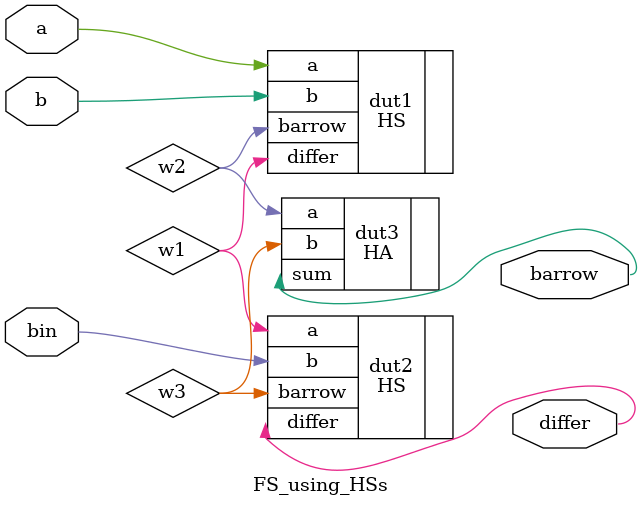
<source format=v>
`timescale 1ns / 1ps


module FS_using_HSs(input a,b,bin,output differ,barrow);
wire w1,w2,w3;
HS dut1(.a(a),.b(b),.differ(w1),.barrow(w2));
HS dut2(.a(w1),.b(bin),.differ(differ),.barrow(w3));
HA dut3(.a(w2),.b(w3),.sum(barrow));
endmodule

</source>
